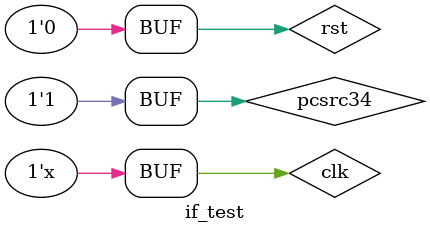
<source format=v>
`timescale 1ns / 1ps


module if_test();
reg clk,rst;
wire [31:0]pc_count,pc_in,addp4out41,add_out34;
reg pcsrc34 ;
wire [31:0]instr41;
wire [31:0]instr12,addp4out12;

program_counter t1(pc_count,pc_in,clk,rst);
adder_plus4 t2(addp4out41,pc_count);
mux_2x1 t3(pc_in,addp4out41,,pcsrc34);
instruction_memory t4(instr41,pc_count);
dflipflop12 t5(instr12[31:0],addp4out12,instr41[31:0],addp4out41,clk,rst);
initial
begin
clk=1'b0;rst=1'b1;
#15 rst=1'b0;
pcsrc34=1'b1;
end
always #15 clk=~clk;
endmodule

   
</source>
